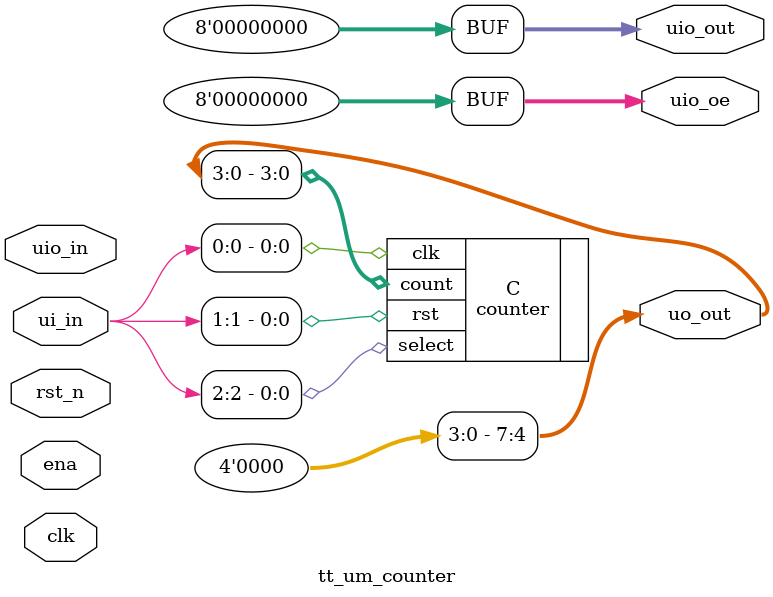
<source format=v>
/*
 * Copyright (c) 2024 Your Name
 * SPDX-License-Identifier: Apache-2.0
 */

`default_nettype none

module tt_um_counter (
    input  wire [7:0] ui_in,    // Dedicated inputs
    output wire [7:0] uo_out,   // Dedicated outputs
    input  wire [7:0] uio_in,   // IOs: Input path
    output wire [7:0] uio_out,  // IOs: Output path
    output wire [7:0] uio_oe,   // IOs: Enable path (active high: 0=input, 1=output)
    input  wire       ena,      // always 1 when the design is powered, so you can ignore it
    input  wire       clk,      // clock
    input  wire       rst_n     // reset_n - low to reset
);

    counter #(.bits(4)) C (
        .clk(ui_in[0]),
        .rst(ui_in[1]),
        .select(ui_in[2]),
        .count(uo_out[3:0])
    );

  // All output pins must be assigned. If not used, assign to 0.
    assign uo_out[7:4]  = 4'b0000;  // Example: ou_out is the sum of ui_in and uio_in
    assign uio_out[7:0] = 8'b00000000;
    assign uio_oe[7:0]  = 8'b00000000;

  // List all unused inputs to prevent warnings
    wire _unused = &{ena, clk, rst_n, ui_in[7:3], uio_in[7:0]};

endmodule

</source>
